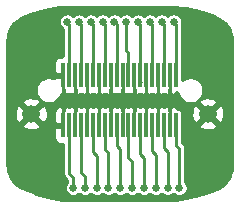
<source format=gbr>
G04 #@! TF.GenerationSoftware,KiCad,Pcbnew,(5.1.9)-1*
G04 #@! TF.CreationDate,2021-05-17T15:52:18-06:00*
G04 #@! TF.ProjectId,Igloo16,49676c6f-6f31-4362-9e6b-696361645f70,rev?*
G04 #@! TF.SameCoordinates,Original*
G04 #@! TF.FileFunction,Copper,L2,Bot*
G04 #@! TF.FilePolarity,Positive*
%FSLAX46Y46*%
G04 Gerber Fmt 4.6, Leading zero omitted, Abs format (unit mm)*
G04 Created by KiCad (PCBNEW (5.1.9)-1) date 2021-05-17 15:52:18*
%MOMM*%
%LPD*%
G01*
G04 APERTURE LIST*
G04 #@! TA.AperFunction,ComponentPad*
%ADD10C,1.500000*%
G04 #@! TD*
G04 #@! TA.AperFunction,SMDPad,CuDef*
%ADD11R,0.300000X2.000000*%
G04 #@! TD*
G04 #@! TA.AperFunction,ViaPad*
%ADD12C,0.635000*%
G04 #@! TD*
G04 #@! TA.AperFunction,Conductor*
%ADD13C,0.250000*%
G04 #@! TD*
G04 #@! TA.AperFunction,Conductor*
%ADD14C,0.254000*%
G04 #@! TD*
G04 #@! TA.AperFunction,Conductor*
%ADD15C,0.100000*%
G04 #@! TD*
G04 APERTURE END LIST*
D10*
X111915000Y-93860000D03*
X96965000Y-93860000D03*
D11*
X99690000Y-94810000D03*
X99690000Y-90610000D03*
X100190000Y-94810000D03*
X100190000Y-90610000D03*
X100690000Y-94810000D03*
X100690000Y-90610000D03*
X101190000Y-94810000D03*
X101190000Y-90610000D03*
X101690000Y-94810000D03*
X101690000Y-90610000D03*
X102190000Y-94810000D03*
X102190000Y-90610000D03*
X102690000Y-94810000D03*
X102690000Y-90610000D03*
X103190000Y-94810000D03*
X103190000Y-90610000D03*
X103690000Y-94810000D03*
X103690000Y-90610000D03*
X104190000Y-94810000D03*
X104190000Y-90610000D03*
X104690000Y-94810000D03*
X104690000Y-90610000D03*
X105190000Y-94810000D03*
X105190000Y-90610000D03*
X105690000Y-94810000D03*
X105690000Y-90610000D03*
X106190000Y-94810000D03*
X106190000Y-90610000D03*
X106690000Y-94810000D03*
X106690000Y-90610000D03*
X107190000Y-94810000D03*
X107190000Y-90610000D03*
X107690000Y-94810000D03*
X107690000Y-90610000D03*
X108190000Y-94810000D03*
X108190000Y-90610000D03*
X108690000Y-94810000D03*
X108690000Y-90610000D03*
X109190000Y-94810000D03*
X109190000Y-90610000D03*
D12*
X100500000Y-100150000D03*
X101500000Y-100150000D03*
X102500000Y-100150000D03*
X103500000Y-100150000D03*
X104500000Y-100150000D03*
X105500000Y-100150000D03*
X106500000Y-100150000D03*
X107500000Y-100150000D03*
X108500000Y-100150000D03*
X109500000Y-100150000D03*
X100000000Y-86050000D03*
X101000000Y-86050000D03*
X102000000Y-86050000D03*
X103000000Y-86050000D03*
X104000000Y-86050000D03*
X105000000Y-86050000D03*
X106000000Y-86050000D03*
X107000000Y-86050000D03*
X108000000Y-86050000D03*
X109020775Y-86050000D03*
D13*
X106690000Y-94860000D02*
X106690000Y-95240000D01*
X100690000Y-94340000D02*
X100665001Y-94315001D01*
X99690000Y-92845002D02*
X99690000Y-90860000D01*
X99690000Y-94560000D02*
X99690000Y-92845002D01*
X100690000Y-94340000D02*
X100690000Y-90860000D01*
X100690000Y-94560000D02*
X100690000Y-94340000D01*
X101690000Y-94070000D02*
X101690000Y-90860000D01*
X101690000Y-94560000D02*
X101690000Y-94070000D01*
X102690000Y-94160000D02*
X102690000Y-90860000D01*
X102690000Y-94560000D02*
X102690000Y-94160000D01*
X104690000Y-92845002D02*
X104690000Y-90860000D01*
X104690000Y-94560000D02*
X104690000Y-92845002D01*
X105690000Y-94260000D02*
X105690000Y-90860000D01*
X105690000Y-94560000D02*
X105690000Y-94260000D01*
X106690000Y-94560000D02*
X106690000Y-90860000D01*
X107690000Y-94240000D02*
X107690000Y-90860000D01*
X107690000Y-94560000D02*
X107690000Y-94240000D01*
X108690000Y-92845002D02*
X108690000Y-90860000D01*
X108690000Y-94560000D02*
X108690000Y-92845002D01*
X103690000Y-92260000D02*
X103690000Y-94560000D01*
X103690000Y-90860000D02*
X103690000Y-92260000D01*
X100190000Y-94860000D02*
X100190000Y-98920000D01*
X100500000Y-99230000D02*
X100190000Y-98920000D01*
X100500000Y-100150000D02*
X100500000Y-99230000D01*
X101190000Y-94860000D02*
X101190000Y-98850000D01*
X101500000Y-99160000D02*
X101190000Y-98850000D01*
X101500000Y-100150000D02*
X101500000Y-99160000D01*
X102190000Y-97110000D02*
X102190000Y-94860000D01*
X102500000Y-97420000D02*
X102190000Y-97110000D01*
X102500000Y-100150000D02*
X102500000Y-97420000D01*
X103190000Y-94860000D02*
X103190000Y-96840000D01*
X103190000Y-96840000D02*
X103500000Y-97150000D01*
X103500000Y-100150000D02*
X103500000Y-97150000D01*
X104190000Y-94860000D02*
X104190000Y-96570000D01*
X104190000Y-96570000D02*
X104500000Y-96880000D01*
X104500000Y-100150000D02*
X104500000Y-96880000D01*
X105190000Y-94860000D02*
X105190000Y-97570000D01*
X105190000Y-97570000D02*
X105500000Y-97880000D01*
X105500000Y-97880000D02*
X105500000Y-100150000D01*
X106500000Y-98900000D02*
X106500000Y-99040000D01*
X106190000Y-97300000D02*
X106190000Y-94860000D01*
X106500000Y-97610000D02*
X106190000Y-97300000D01*
X106500000Y-100150000D02*
X106500000Y-97610000D01*
X107190000Y-97030000D02*
X107190000Y-94860000D01*
X107500000Y-97340000D02*
X107190000Y-97030000D01*
X107500000Y-100150000D02*
X107500000Y-97340000D01*
X108190000Y-96760000D02*
X108190000Y-94860000D01*
X108500000Y-97070000D02*
X108190000Y-96760000D01*
X108500000Y-100150000D02*
X108500000Y-97070000D01*
X109500000Y-98900000D02*
X109500000Y-99140000D01*
X109190000Y-96490000D02*
X109190000Y-94860000D01*
X109500000Y-96800000D02*
X109190000Y-96490000D01*
X109500000Y-100150000D02*
X109500000Y-96800000D01*
X100190000Y-86240000D02*
X100190000Y-90860000D01*
X100000000Y-86050000D02*
X100190000Y-86240000D01*
X101190000Y-86240000D02*
X101190000Y-90860000D01*
X101000000Y-86050000D02*
X101190000Y-86240000D01*
X102190000Y-86240000D02*
X102190000Y-90860000D01*
X102000000Y-86050000D02*
X102190000Y-86240000D01*
X103190000Y-86240000D02*
X103190000Y-90860000D01*
X103000000Y-86050000D02*
X103190000Y-86240000D01*
X104165001Y-91135001D02*
X104190000Y-91160000D01*
X104190000Y-86240000D02*
X104190000Y-90860000D01*
X104000000Y-86050000D02*
X104190000Y-86240000D01*
X105190000Y-89950000D02*
X105190000Y-90860000D01*
X105000000Y-86050000D02*
X105000000Y-88490000D01*
X105190000Y-88680000D02*
X105190000Y-90610000D01*
X105000000Y-88490000D02*
X105190000Y-88680000D01*
X106214999Y-91135001D02*
X106190000Y-91160000D01*
X106190000Y-86240000D02*
X106190000Y-90860000D01*
X106000000Y-86050000D02*
X106190000Y-86240000D01*
X107190000Y-86240000D02*
X107190000Y-90860000D01*
X107000000Y-86050000D02*
X107190000Y-86240000D01*
X108190000Y-86240000D02*
X108190000Y-90860000D01*
X108000000Y-86050000D02*
X108190000Y-86240000D01*
X109220000Y-91130000D02*
X109190000Y-91160000D01*
X109220000Y-90190000D02*
X109220000Y-91130000D01*
X109190000Y-86219225D02*
X109190000Y-90860000D01*
X109020775Y-86050000D02*
X109190000Y-86219225D01*
D14*
X104425573Y-84796920D02*
X104426382Y-84797000D01*
X104449290Y-84797000D01*
X104471626Y-84797075D01*
X104472415Y-84797000D01*
X109182186Y-84797000D01*
X109602409Y-84864052D01*
X110026845Y-84939098D01*
X110422637Y-85016641D01*
X110790641Y-85096544D01*
X111131739Y-85178666D01*
X111446733Y-85262827D01*
X111736549Y-85348851D01*
X112002025Y-85436519D01*
X112243994Y-85525570D01*
X112463398Y-85615739D01*
X112661172Y-85706721D01*
X112832647Y-85795264D01*
X113133880Y-85981185D01*
X113361963Y-86162321D01*
X113533460Y-86340877D01*
X113661060Y-86519108D01*
X113756173Y-86702323D01*
X113827160Y-86896849D01*
X113879674Y-87107586D01*
X113918344Y-87336882D01*
X113948296Y-87585118D01*
X113973001Y-87824553D01*
X113973000Y-98095456D01*
X113948296Y-98334880D01*
X113918344Y-98583117D01*
X113879674Y-98812413D01*
X113827160Y-99023150D01*
X113756173Y-99217676D01*
X113661060Y-99400891D01*
X113533462Y-99579119D01*
X113361963Y-99757678D01*
X113133879Y-99938815D01*
X112832647Y-100124735D01*
X112661172Y-100213278D01*
X112463398Y-100304260D01*
X112243994Y-100394429D01*
X112002025Y-100483480D01*
X111736549Y-100571148D01*
X111446733Y-100657172D01*
X111131739Y-100741333D01*
X110790641Y-100823455D01*
X110422637Y-100903358D01*
X110026845Y-100980901D01*
X109602418Y-101055946D01*
X109182184Y-101123000D01*
X99569203Y-101123000D01*
X99169483Y-101047772D01*
X98758397Y-100963089D01*
X98375021Y-100876564D01*
X98018681Y-100788348D01*
X97688361Y-100698525D01*
X97383421Y-100607298D01*
X97102823Y-100514780D01*
X96845872Y-100421214D01*
X96611601Y-100326784D01*
X96399212Y-100231777D01*
X96207757Y-100136462D01*
X96041670Y-100044146D01*
X95749483Y-99851411D01*
X95527643Y-99664702D01*
X95360079Y-99481152D01*
X95234792Y-99298206D01*
X95141108Y-99110639D01*
X95071122Y-98912443D01*
X95019329Y-98699001D01*
X94981090Y-98467976D01*
X94951303Y-98218855D01*
X94926609Y-97979152D01*
X94926609Y-94816993D01*
X96187612Y-94816993D01*
X96253137Y-95055860D01*
X96500116Y-95171760D01*
X96764960Y-95237250D01*
X97037492Y-95249812D01*
X97307238Y-95208965D01*
X97563832Y-95116277D01*
X97676863Y-95055860D01*
X97742388Y-94816993D01*
X96965000Y-94039605D01*
X96187612Y-94816993D01*
X94926609Y-94816993D01*
X94926609Y-93932492D01*
X95575188Y-93932492D01*
X95616035Y-94202238D01*
X95708723Y-94458832D01*
X95769140Y-94571863D01*
X96008007Y-94637388D01*
X96785395Y-93860000D01*
X97144605Y-93860000D01*
X97921993Y-94637388D01*
X98160860Y-94571863D01*
X98276760Y-94324884D01*
X98342250Y-94060040D01*
X98353420Y-93817688D01*
X98901974Y-93817688D01*
X98905000Y-94524250D01*
X99063750Y-94683000D01*
X99661176Y-94683000D01*
X99661176Y-94937000D01*
X99063750Y-94937000D01*
X98905000Y-95095750D01*
X98901974Y-95802312D01*
X98912734Y-95926933D01*
X98947599Y-96047059D01*
X99005230Y-96158076D01*
X99083412Y-96255716D01*
X99179140Y-96336228D01*
X99288736Y-96396517D01*
X99407987Y-96434266D01*
X99508250Y-96445000D01*
X99562998Y-96390252D01*
X99562998Y-96445000D01*
X99688000Y-96445000D01*
X99688001Y-98895347D01*
X99685573Y-98920000D01*
X99695265Y-99018409D01*
X99723970Y-99113036D01*
X99770584Y-99200245D01*
X99817601Y-99257535D01*
X99817604Y-99257538D01*
X99833317Y-99276684D01*
X99852463Y-99292397D01*
X99998001Y-99437935D01*
X99998001Y-99669828D01*
X99960547Y-99707282D01*
X99884542Y-99821031D01*
X99832190Y-99947422D01*
X99805500Y-100081598D01*
X99805500Y-100218402D01*
X99832190Y-100352578D01*
X99884542Y-100478969D01*
X99960547Y-100592718D01*
X100057282Y-100689453D01*
X100171031Y-100765458D01*
X100297422Y-100817810D01*
X100431598Y-100844500D01*
X100568402Y-100844500D01*
X100702578Y-100817810D01*
X100828969Y-100765458D01*
X100942718Y-100689453D01*
X101000000Y-100632171D01*
X101057282Y-100689453D01*
X101171031Y-100765458D01*
X101297422Y-100817810D01*
X101431598Y-100844500D01*
X101568402Y-100844500D01*
X101702578Y-100817810D01*
X101828969Y-100765458D01*
X101942718Y-100689453D01*
X102000000Y-100632171D01*
X102057282Y-100689453D01*
X102171031Y-100765458D01*
X102297422Y-100817810D01*
X102431598Y-100844500D01*
X102568402Y-100844500D01*
X102702578Y-100817810D01*
X102828969Y-100765458D01*
X102942718Y-100689453D01*
X103000000Y-100632171D01*
X103057282Y-100689453D01*
X103171031Y-100765458D01*
X103297422Y-100817810D01*
X103431598Y-100844500D01*
X103568402Y-100844500D01*
X103702578Y-100817810D01*
X103828969Y-100765458D01*
X103942718Y-100689453D01*
X104000000Y-100632171D01*
X104057282Y-100689453D01*
X104171031Y-100765458D01*
X104297422Y-100817810D01*
X104431598Y-100844500D01*
X104568402Y-100844500D01*
X104702578Y-100817810D01*
X104828969Y-100765458D01*
X104942718Y-100689453D01*
X105000000Y-100632171D01*
X105057282Y-100689453D01*
X105171031Y-100765458D01*
X105297422Y-100817810D01*
X105431598Y-100844500D01*
X105568402Y-100844500D01*
X105702578Y-100817810D01*
X105828969Y-100765458D01*
X105942718Y-100689453D01*
X106000000Y-100632171D01*
X106057282Y-100689453D01*
X106171031Y-100765458D01*
X106297422Y-100817810D01*
X106431598Y-100844500D01*
X106568402Y-100844500D01*
X106702578Y-100817810D01*
X106828969Y-100765458D01*
X106942718Y-100689453D01*
X107000000Y-100632171D01*
X107057282Y-100689453D01*
X107171031Y-100765458D01*
X107297422Y-100817810D01*
X107431598Y-100844500D01*
X107568402Y-100844500D01*
X107702578Y-100817810D01*
X107828969Y-100765458D01*
X107942718Y-100689453D01*
X108000000Y-100632171D01*
X108057282Y-100689453D01*
X108171031Y-100765458D01*
X108297422Y-100817810D01*
X108431598Y-100844500D01*
X108568402Y-100844500D01*
X108702578Y-100817810D01*
X108828969Y-100765458D01*
X108942718Y-100689453D01*
X109000000Y-100632171D01*
X109057282Y-100689453D01*
X109171031Y-100765458D01*
X109297422Y-100817810D01*
X109431598Y-100844500D01*
X109568402Y-100844500D01*
X109702578Y-100817810D01*
X109828969Y-100765458D01*
X109942718Y-100689453D01*
X110039453Y-100592718D01*
X110115458Y-100478969D01*
X110167810Y-100352578D01*
X110194500Y-100218402D01*
X110194500Y-100081598D01*
X110167810Y-99947422D01*
X110115458Y-99821031D01*
X110039453Y-99707282D01*
X110002000Y-99669829D01*
X110002000Y-96824642D01*
X110004427Y-96799999D01*
X110002000Y-96775356D01*
X110002000Y-96775347D01*
X109994736Y-96701591D01*
X109966031Y-96606964D01*
X109919417Y-96519755D01*
X109856684Y-96443316D01*
X109837532Y-96427598D01*
X109692000Y-96282066D01*
X109692000Y-95948337D01*
X109711545Y-95883905D01*
X109718824Y-95810000D01*
X109718824Y-94816993D01*
X111137612Y-94816993D01*
X111203137Y-95055860D01*
X111450116Y-95171760D01*
X111714960Y-95237250D01*
X111987492Y-95249812D01*
X112257238Y-95208965D01*
X112513832Y-95116277D01*
X112626863Y-95055860D01*
X112692388Y-94816993D01*
X111915000Y-94039605D01*
X111137612Y-94816993D01*
X109718824Y-94816993D01*
X109718824Y-93932492D01*
X110525188Y-93932492D01*
X110566035Y-94202238D01*
X110658723Y-94458832D01*
X110719140Y-94571863D01*
X110958007Y-94637388D01*
X111735395Y-93860000D01*
X112094605Y-93860000D01*
X112871993Y-94637388D01*
X113110860Y-94571863D01*
X113226760Y-94324884D01*
X113292250Y-94060040D01*
X113304812Y-93787508D01*
X113263965Y-93517762D01*
X113171277Y-93261168D01*
X113110860Y-93148137D01*
X112871993Y-93082612D01*
X112094605Y-93860000D01*
X111735395Y-93860000D01*
X110958007Y-93082612D01*
X110719140Y-93148137D01*
X110603240Y-93395116D01*
X110537750Y-93659960D01*
X110525188Y-93932492D01*
X109718824Y-93932492D01*
X109718824Y-93810000D01*
X109711545Y-93736095D01*
X109689988Y-93665030D01*
X109654981Y-93599537D01*
X109607869Y-93542131D01*
X109550463Y-93495019D01*
X109484970Y-93460012D01*
X109413905Y-93438455D01*
X109351019Y-93432261D01*
X109296588Y-93364284D01*
X109200860Y-93283772D01*
X109091264Y-93223483D01*
X108972013Y-93185734D01*
X108871750Y-93175000D01*
X108713000Y-93333750D01*
X108713000Y-93622023D01*
X108690012Y-93665030D01*
X108690000Y-93665070D01*
X108689988Y-93665030D01*
X108667000Y-93622023D01*
X108667000Y-93333750D01*
X108508250Y-93175000D01*
X108407987Y-93185734D01*
X108288736Y-93223483D01*
X108190000Y-93277798D01*
X108091264Y-93223483D01*
X107972013Y-93185734D01*
X107871750Y-93175000D01*
X107713000Y-93333750D01*
X107713000Y-93622023D01*
X107690012Y-93665030D01*
X107690000Y-93665070D01*
X107689988Y-93665030D01*
X107667000Y-93622023D01*
X107667000Y-93333750D01*
X107508250Y-93175000D01*
X107407987Y-93185734D01*
X107288736Y-93223483D01*
X107190000Y-93277798D01*
X107091264Y-93223483D01*
X106972013Y-93185734D01*
X106871750Y-93175000D01*
X106713000Y-93333750D01*
X106713000Y-93622023D01*
X106690012Y-93665030D01*
X106690000Y-93665070D01*
X106689988Y-93665030D01*
X106667000Y-93622023D01*
X106667000Y-93333750D01*
X106508250Y-93175000D01*
X106407987Y-93185734D01*
X106288736Y-93223483D01*
X106190000Y-93277798D01*
X106091264Y-93223483D01*
X105972013Y-93185734D01*
X105871750Y-93175000D01*
X105713000Y-93333750D01*
X105713000Y-93622023D01*
X105690012Y-93665030D01*
X105690000Y-93665070D01*
X105689988Y-93665030D01*
X105667000Y-93622023D01*
X105667000Y-93333750D01*
X105508250Y-93175000D01*
X105407987Y-93185734D01*
X105288736Y-93223483D01*
X105190000Y-93277798D01*
X105091264Y-93223483D01*
X104972013Y-93185734D01*
X104871750Y-93175000D01*
X104713000Y-93333750D01*
X104713000Y-93622023D01*
X104690012Y-93665030D01*
X104690000Y-93665070D01*
X104689988Y-93665030D01*
X104667000Y-93622023D01*
X104667000Y-93333750D01*
X104508250Y-93175000D01*
X104407987Y-93185734D01*
X104288736Y-93223483D01*
X104190000Y-93277798D01*
X104091264Y-93223483D01*
X103972013Y-93185734D01*
X103871750Y-93175000D01*
X103713000Y-93333750D01*
X103713000Y-93622023D01*
X103690012Y-93665030D01*
X103690000Y-93665070D01*
X103689988Y-93665030D01*
X103667000Y-93622023D01*
X103667000Y-93333750D01*
X103508250Y-93175000D01*
X103407987Y-93185734D01*
X103288736Y-93223483D01*
X103190000Y-93277798D01*
X103091264Y-93223483D01*
X102972013Y-93185734D01*
X102871750Y-93175000D01*
X102713000Y-93333750D01*
X102713000Y-93622023D01*
X102690012Y-93665030D01*
X102690000Y-93665070D01*
X102689988Y-93665030D01*
X102667000Y-93622023D01*
X102667000Y-93333750D01*
X102508250Y-93175000D01*
X102407987Y-93185734D01*
X102288736Y-93223483D01*
X102190000Y-93277798D01*
X102091264Y-93223483D01*
X101972013Y-93185734D01*
X101871750Y-93175000D01*
X101713000Y-93333750D01*
X101713000Y-93622023D01*
X101690012Y-93665030D01*
X101690000Y-93665070D01*
X101689988Y-93665030D01*
X101667000Y-93622023D01*
X101667000Y-93333750D01*
X101508250Y-93175000D01*
X101407987Y-93185734D01*
X101288736Y-93223483D01*
X101190000Y-93277798D01*
X101091264Y-93223483D01*
X100972013Y-93185734D01*
X100871750Y-93175000D01*
X100713000Y-93333750D01*
X100713000Y-93622023D01*
X100690012Y-93665030D01*
X100690000Y-93665070D01*
X100689988Y-93665030D01*
X100667000Y-93622023D01*
X100667000Y-93333750D01*
X100508250Y-93175000D01*
X100407987Y-93185734D01*
X100288736Y-93223483D01*
X100190000Y-93277798D01*
X100091264Y-93223483D01*
X99972013Y-93185734D01*
X99871750Y-93175000D01*
X99713000Y-93333750D01*
X99713000Y-93622023D01*
X99690012Y-93665030D01*
X99668455Y-93736095D01*
X99667000Y-93750868D01*
X99667000Y-93333750D01*
X99508250Y-93175000D01*
X99407987Y-93185734D01*
X99288736Y-93223483D01*
X99179140Y-93283772D01*
X99083412Y-93364284D01*
X99005230Y-93461924D01*
X98947599Y-93572941D01*
X98912734Y-93693067D01*
X98901974Y-93817688D01*
X98353420Y-93817688D01*
X98354812Y-93787508D01*
X98313965Y-93517762D01*
X98221277Y-93261168D01*
X98160860Y-93148137D01*
X97921993Y-93082612D01*
X97144605Y-93860000D01*
X96785395Y-93860000D01*
X96008007Y-93082612D01*
X95769140Y-93148137D01*
X95653240Y-93395116D01*
X95587750Y-93659960D01*
X95575188Y-93932492D01*
X94926609Y-93932492D01*
X94926609Y-92903007D01*
X96187612Y-92903007D01*
X96965000Y-93680395D01*
X97742388Y-92903007D01*
X97676863Y-92664140D01*
X97429884Y-92548240D01*
X97165040Y-92482750D01*
X96892508Y-92470188D01*
X96622762Y-92511035D01*
X96366168Y-92603723D01*
X96253137Y-92664140D01*
X96187612Y-92903007D01*
X94926609Y-92903007D01*
X94926609Y-91751462D01*
X97338000Y-91751462D01*
X97338000Y-91968538D01*
X97380349Y-92181442D01*
X97463420Y-92381993D01*
X97584021Y-92562484D01*
X97737516Y-92715979D01*
X97918007Y-92836580D01*
X98118558Y-92919651D01*
X98331462Y-92962000D01*
X98548538Y-92962000D01*
X98761442Y-92919651D01*
X98961993Y-92836580D01*
X99142484Y-92715979D01*
X99295979Y-92562484D01*
X99416580Y-92381993D01*
X99474807Y-92241420D01*
X99508250Y-92245000D01*
X99667000Y-92086250D01*
X99667000Y-91669132D01*
X99668455Y-91683905D01*
X99690012Y-91754970D01*
X99713000Y-91797977D01*
X99713000Y-92086250D01*
X99871750Y-92245000D01*
X99972013Y-92234266D01*
X100091264Y-92196517D01*
X100190000Y-92142202D01*
X100288736Y-92196517D01*
X100407987Y-92234266D01*
X100508250Y-92245000D01*
X100667000Y-92086250D01*
X100667000Y-91797977D01*
X100689988Y-91754970D01*
X100690000Y-91754930D01*
X100690012Y-91754970D01*
X100713000Y-91797977D01*
X100713000Y-92086250D01*
X100871750Y-92245000D01*
X100972013Y-92234266D01*
X101091264Y-92196517D01*
X101190000Y-92142202D01*
X101288736Y-92196517D01*
X101407987Y-92234266D01*
X101508250Y-92245000D01*
X101667000Y-92086250D01*
X101667000Y-91797977D01*
X101689988Y-91754970D01*
X101690000Y-91754930D01*
X101690012Y-91754970D01*
X101713000Y-91797977D01*
X101713000Y-92086250D01*
X101871750Y-92245000D01*
X101972013Y-92234266D01*
X102091264Y-92196517D01*
X102190000Y-92142202D01*
X102288736Y-92196517D01*
X102407987Y-92234266D01*
X102508250Y-92245000D01*
X102667000Y-92086250D01*
X102667000Y-91797977D01*
X102689988Y-91754970D01*
X102690000Y-91754930D01*
X102690012Y-91754970D01*
X102713000Y-91797977D01*
X102713000Y-92086250D01*
X102871750Y-92245000D01*
X102972013Y-92234266D01*
X103091264Y-92196517D01*
X103190000Y-92142202D01*
X103288736Y-92196517D01*
X103407987Y-92234266D01*
X103508250Y-92245000D01*
X103667000Y-92086250D01*
X103667000Y-91797977D01*
X103689988Y-91754970D01*
X103690000Y-91754930D01*
X103690012Y-91754970D01*
X103713000Y-91797977D01*
X103713000Y-92086250D01*
X103871750Y-92245000D01*
X103972013Y-92234266D01*
X104091264Y-92196517D01*
X104190000Y-92142202D01*
X104288736Y-92196517D01*
X104407987Y-92234266D01*
X104508250Y-92245000D01*
X104667000Y-92086250D01*
X104667000Y-91797977D01*
X104689988Y-91754970D01*
X104690000Y-91754930D01*
X104690012Y-91754970D01*
X104713000Y-91797977D01*
X104713000Y-92086250D01*
X104871750Y-92245000D01*
X104972013Y-92234266D01*
X105091264Y-92196517D01*
X105190000Y-92142202D01*
X105288736Y-92196517D01*
X105407987Y-92234266D01*
X105508250Y-92245000D01*
X105667000Y-92086250D01*
X105667000Y-91797977D01*
X105689988Y-91754970D01*
X105690000Y-91754930D01*
X105690012Y-91754970D01*
X105713000Y-91797977D01*
X105713000Y-92086250D01*
X105871750Y-92245000D01*
X105972013Y-92234266D01*
X106091264Y-92196517D01*
X106190000Y-92142202D01*
X106288736Y-92196517D01*
X106407987Y-92234266D01*
X106508250Y-92245000D01*
X106667000Y-92086250D01*
X106667000Y-91797977D01*
X106689988Y-91754970D01*
X106690000Y-91754930D01*
X106690012Y-91754970D01*
X106713000Y-91797977D01*
X106713000Y-92086250D01*
X106871750Y-92245000D01*
X106972013Y-92234266D01*
X107091264Y-92196517D01*
X107190000Y-92142202D01*
X107288736Y-92196517D01*
X107407987Y-92234266D01*
X107508250Y-92245000D01*
X107667000Y-92086250D01*
X107667000Y-91797977D01*
X107689988Y-91754970D01*
X107690000Y-91754930D01*
X107690012Y-91754970D01*
X107713000Y-91797977D01*
X107713000Y-92086250D01*
X107871750Y-92245000D01*
X107972013Y-92234266D01*
X108091264Y-92196517D01*
X108190000Y-92142202D01*
X108288736Y-92196517D01*
X108407987Y-92234266D01*
X108508250Y-92245000D01*
X108667000Y-92086250D01*
X108667000Y-91797977D01*
X108689988Y-91754970D01*
X108690000Y-91754930D01*
X108690012Y-91754970D01*
X108713000Y-91797977D01*
X108713000Y-92086250D01*
X108871750Y-92245000D01*
X108972013Y-92234266D01*
X109091264Y-92196517D01*
X109200860Y-92136228D01*
X109296588Y-92055716D01*
X109343650Y-91996941D01*
X109380349Y-92181442D01*
X109463420Y-92381993D01*
X109584021Y-92562484D01*
X109737516Y-92715979D01*
X109918007Y-92836580D01*
X110118558Y-92919651D01*
X110331462Y-92962000D01*
X110548538Y-92962000D01*
X110761442Y-92919651D01*
X110801624Y-92903007D01*
X111137612Y-92903007D01*
X111915000Y-93680395D01*
X112692388Y-92903007D01*
X112626863Y-92664140D01*
X112379884Y-92548240D01*
X112115040Y-92482750D01*
X111842508Y-92470188D01*
X111572762Y-92511035D01*
X111316168Y-92603723D01*
X111203137Y-92664140D01*
X111137612Y-92903007D01*
X110801624Y-92903007D01*
X110961993Y-92836580D01*
X111142484Y-92715979D01*
X111295979Y-92562484D01*
X111416580Y-92381993D01*
X111499651Y-92181442D01*
X111542000Y-91968538D01*
X111542000Y-91751462D01*
X111499651Y-91538558D01*
X111416580Y-91338007D01*
X111295979Y-91157516D01*
X111142484Y-91004021D01*
X110961993Y-90883420D01*
X110761442Y-90800349D01*
X110548538Y-90758000D01*
X110331462Y-90758000D01*
X110118558Y-90800349D01*
X109918007Y-90883420D01*
X109737516Y-91004021D01*
X109722000Y-91019537D01*
X109722000Y-90165347D01*
X109718824Y-90133099D01*
X109718824Y-89610000D01*
X109711545Y-89536095D01*
X109692000Y-89471663D01*
X109692000Y-86243867D01*
X109693650Y-86227117D01*
X109715275Y-86118402D01*
X109715275Y-85981598D01*
X109688585Y-85847422D01*
X109636233Y-85721031D01*
X109560228Y-85607282D01*
X109463493Y-85510547D01*
X109349744Y-85434542D01*
X109223353Y-85382190D01*
X109089177Y-85355500D01*
X108952373Y-85355500D01*
X108818197Y-85382190D01*
X108691806Y-85434542D01*
X108578057Y-85510547D01*
X108510388Y-85578217D01*
X108442718Y-85510547D01*
X108328969Y-85434542D01*
X108202578Y-85382190D01*
X108068402Y-85355500D01*
X107931598Y-85355500D01*
X107797422Y-85382190D01*
X107671031Y-85434542D01*
X107557282Y-85510547D01*
X107500000Y-85567829D01*
X107442718Y-85510547D01*
X107328969Y-85434542D01*
X107202578Y-85382190D01*
X107068402Y-85355500D01*
X106931598Y-85355500D01*
X106797422Y-85382190D01*
X106671031Y-85434542D01*
X106557282Y-85510547D01*
X106500000Y-85567829D01*
X106442718Y-85510547D01*
X106328969Y-85434542D01*
X106202578Y-85382190D01*
X106068402Y-85355500D01*
X105931598Y-85355500D01*
X105797422Y-85382190D01*
X105671031Y-85434542D01*
X105557282Y-85510547D01*
X105500000Y-85567829D01*
X105442718Y-85510547D01*
X105328969Y-85434542D01*
X105202578Y-85382190D01*
X105068402Y-85355500D01*
X104931598Y-85355500D01*
X104797422Y-85382190D01*
X104671031Y-85434542D01*
X104557282Y-85510547D01*
X104500000Y-85567829D01*
X104442718Y-85510547D01*
X104328969Y-85434542D01*
X104202578Y-85382190D01*
X104068402Y-85355500D01*
X103931598Y-85355500D01*
X103797422Y-85382190D01*
X103671031Y-85434542D01*
X103557282Y-85510547D01*
X103500000Y-85567829D01*
X103442718Y-85510547D01*
X103328969Y-85434542D01*
X103202578Y-85382190D01*
X103068402Y-85355500D01*
X102931598Y-85355500D01*
X102797422Y-85382190D01*
X102671031Y-85434542D01*
X102557282Y-85510547D01*
X102500000Y-85567829D01*
X102442718Y-85510547D01*
X102328969Y-85434542D01*
X102202578Y-85382190D01*
X102068402Y-85355500D01*
X101931598Y-85355500D01*
X101797422Y-85382190D01*
X101671031Y-85434542D01*
X101557282Y-85510547D01*
X101500000Y-85567829D01*
X101442718Y-85510547D01*
X101328969Y-85434542D01*
X101202578Y-85382190D01*
X101068402Y-85355500D01*
X100931598Y-85355500D01*
X100797422Y-85382190D01*
X100671031Y-85434542D01*
X100557282Y-85510547D01*
X100500000Y-85567829D01*
X100442718Y-85510547D01*
X100328969Y-85434542D01*
X100202578Y-85382190D01*
X100068402Y-85355500D01*
X99931598Y-85355500D01*
X99797422Y-85382190D01*
X99671031Y-85434542D01*
X99557282Y-85510547D01*
X99460547Y-85607282D01*
X99384542Y-85721031D01*
X99332190Y-85847422D01*
X99305500Y-85981598D01*
X99305500Y-86118402D01*
X99332190Y-86252578D01*
X99384542Y-86378969D01*
X99460547Y-86492718D01*
X99557282Y-86589453D01*
X99671031Y-86665458D01*
X99688000Y-86672487D01*
X99688001Y-88975000D01*
X99562998Y-88975000D01*
X99562998Y-89029748D01*
X99508250Y-88975000D01*
X99407987Y-88985734D01*
X99288736Y-89023483D01*
X99179140Y-89083772D01*
X99083412Y-89164284D01*
X99005230Y-89261924D01*
X98947599Y-89372941D01*
X98912734Y-89493067D01*
X98901974Y-89617688D01*
X98905000Y-90324250D01*
X99063750Y-90483000D01*
X99661176Y-90483000D01*
X99661176Y-90737000D01*
X99063750Y-90737000D01*
X98930411Y-90870339D01*
X98761442Y-90800349D01*
X98548538Y-90758000D01*
X98331462Y-90758000D01*
X98118558Y-90800349D01*
X97918007Y-90883420D01*
X97737516Y-91004021D01*
X97584021Y-91157516D01*
X97463420Y-91338007D01*
X97380349Y-91538558D01*
X97338000Y-91751462D01*
X94926609Y-91751462D01*
X94926609Y-87808524D01*
X94951312Y-87569099D01*
X94981264Y-87320864D01*
X95019934Y-87091568D01*
X95072448Y-86880831D01*
X95143434Y-86686307D01*
X95238548Y-86503090D01*
X95366148Y-86324859D01*
X95537646Y-86146303D01*
X95765724Y-85965170D01*
X96066970Y-85779240D01*
X96238437Y-85690703D01*
X96436191Y-85599729D01*
X96655605Y-85509555D01*
X96897583Y-85420501D01*
X97163059Y-85332833D01*
X97452875Y-85246809D01*
X97767879Y-85162646D01*
X98108957Y-85080528D01*
X98476971Y-85000623D01*
X98872763Y-84923080D01*
X99297208Y-84848032D01*
X99716631Y-84781108D01*
X104425573Y-84796920D01*
G04 #@! TA.AperFunction,Conductor*
D15*
G36*
X104425573Y-84796920D02*
G01*
X104426382Y-84797000D01*
X104449290Y-84797000D01*
X104471626Y-84797075D01*
X104472415Y-84797000D01*
X109182186Y-84797000D01*
X109602409Y-84864052D01*
X110026845Y-84939098D01*
X110422637Y-85016641D01*
X110790641Y-85096544D01*
X111131739Y-85178666D01*
X111446733Y-85262827D01*
X111736549Y-85348851D01*
X112002025Y-85436519D01*
X112243994Y-85525570D01*
X112463398Y-85615739D01*
X112661172Y-85706721D01*
X112832647Y-85795264D01*
X113133880Y-85981185D01*
X113361963Y-86162321D01*
X113533460Y-86340877D01*
X113661060Y-86519108D01*
X113756173Y-86702323D01*
X113827160Y-86896849D01*
X113879674Y-87107586D01*
X113918344Y-87336882D01*
X113948296Y-87585118D01*
X113973001Y-87824553D01*
X113973000Y-98095456D01*
X113948296Y-98334880D01*
X113918344Y-98583117D01*
X113879674Y-98812413D01*
X113827160Y-99023150D01*
X113756173Y-99217676D01*
X113661060Y-99400891D01*
X113533462Y-99579119D01*
X113361963Y-99757678D01*
X113133879Y-99938815D01*
X112832647Y-100124735D01*
X112661172Y-100213278D01*
X112463398Y-100304260D01*
X112243994Y-100394429D01*
X112002025Y-100483480D01*
X111736549Y-100571148D01*
X111446733Y-100657172D01*
X111131739Y-100741333D01*
X110790641Y-100823455D01*
X110422637Y-100903358D01*
X110026845Y-100980901D01*
X109602418Y-101055946D01*
X109182184Y-101123000D01*
X99569203Y-101123000D01*
X99169483Y-101047772D01*
X98758397Y-100963089D01*
X98375021Y-100876564D01*
X98018681Y-100788348D01*
X97688361Y-100698525D01*
X97383421Y-100607298D01*
X97102823Y-100514780D01*
X96845872Y-100421214D01*
X96611601Y-100326784D01*
X96399212Y-100231777D01*
X96207757Y-100136462D01*
X96041670Y-100044146D01*
X95749483Y-99851411D01*
X95527643Y-99664702D01*
X95360079Y-99481152D01*
X95234792Y-99298206D01*
X95141108Y-99110639D01*
X95071122Y-98912443D01*
X95019329Y-98699001D01*
X94981090Y-98467976D01*
X94951303Y-98218855D01*
X94926609Y-97979152D01*
X94926609Y-94816993D01*
X96187612Y-94816993D01*
X96253137Y-95055860D01*
X96500116Y-95171760D01*
X96764960Y-95237250D01*
X97037492Y-95249812D01*
X97307238Y-95208965D01*
X97563832Y-95116277D01*
X97676863Y-95055860D01*
X97742388Y-94816993D01*
X96965000Y-94039605D01*
X96187612Y-94816993D01*
X94926609Y-94816993D01*
X94926609Y-93932492D01*
X95575188Y-93932492D01*
X95616035Y-94202238D01*
X95708723Y-94458832D01*
X95769140Y-94571863D01*
X96008007Y-94637388D01*
X96785395Y-93860000D01*
X97144605Y-93860000D01*
X97921993Y-94637388D01*
X98160860Y-94571863D01*
X98276760Y-94324884D01*
X98342250Y-94060040D01*
X98353420Y-93817688D01*
X98901974Y-93817688D01*
X98905000Y-94524250D01*
X99063750Y-94683000D01*
X99661176Y-94683000D01*
X99661176Y-94937000D01*
X99063750Y-94937000D01*
X98905000Y-95095750D01*
X98901974Y-95802312D01*
X98912734Y-95926933D01*
X98947599Y-96047059D01*
X99005230Y-96158076D01*
X99083412Y-96255716D01*
X99179140Y-96336228D01*
X99288736Y-96396517D01*
X99407987Y-96434266D01*
X99508250Y-96445000D01*
X99562998Y-96390252D01*
X99562998Y-96445000D01*
X99688000Y-96445000D01*
X99688001Y-98895347D01*
X99685573Y-98920000D01*
X99695265Y-99018409D01*
X99723970Y-99113036D01*
X99770584Y-99200245D01*
X99817601Y-99257535D01*
X99817604Y-99257538D01*
X99833317Y-99276684D01*
X99852463Y-99292397D01*
X99998001Y-99437935D01*
X99998001Y-99669828D01*
X99960547Y-99707282D01*
X99884542Y-99821031D01*
X99832190Y-99947422D01*
X99805500Y-100081598D01*
X99805500Y-100218402D01*
X99832190Y-100352578D01*
X99884542Y-100478969D01*
X99960547Y-100592718D01*
X100057282Y-100689453D01*
X100171031Y-100765458D01*
X100297422Y-100817810D01*
X100431598Y-100844500D01*
X100568402Y-100844500D01*
X100702578Y-100817810D01*
X100828969Y-100765458D01*
X100942718Y-100689453D01*
X101000000Y-100632171D01*
X101057282Y-100689453D01*
X101171031Y-100765458D01*
X101297422Y-100817810D01*
X101431598Y-100844500D01*
X101568402Y-100844500D01*
X101702578Y-100817810D01*
X101828969Y-100765458D01*
X101942718Y-100689453D01*
X102000000Y-100632171D01*
X102057282Y-100689453D01*
X102171031Y-100765458D01*
X102297422Y-100817810D01*
X102431598Y-100844500D01*
X102568402Y-100844500D01*
X102702578Y-100817810D01*
X102828969Y-100765458D01*
X102942718Y-100689453D01*
X103000000Y-100632171D01*
X103057282Y-100689453D01*
X103171031Y-100765458D01*
X103297422Y-100817810D01*
X103431598Y-100844500D01*
X103568402Y-100844500D01*
X103702578Y-100817810D01*
X103828969Y-100765458D01*
X103942718Y-100689453D01*
X104000000Y-100632171D01*
X104057282Y-100689453D01*
X104171031Y-100765458D01*
X104297422Y-100817810D01*
X104431598Y-100844500D01*
X104568402Y-100844500D01*
X104702578Y-100817810D01*
X104828969Y-100765458D01*
X104942718Y-100689453D01*
X105000000Y-100632171D01*
X105057282Y-100689453D01*
X105171031Y-100765458D01*
X105297422Y-100817810D01*
X105431598Y-100844500D01*
X105568402Y-100844500D01*
X105702578Y-100817810D01*
X105828969Y-100765458D01*
X105942718Y-100689453D01*
X106000000Y-100632171D01*
X106057282Y-100689453D01*
X106171031Y-100765458D01*
X106297422Y-100817810D01*
X106431598Y-100844500D01*
X106568402Y-100844500D01*
X106702578Y-100817810D01*
X106828969Y-100765458D01*
X106942718Y-100689453D01*
X107000000Y-100632171D01*
X107057282Y-100689453D01*
X107171031Y-100765458D01*
X107297422Y-100817810D01*
X107431598Y-100844500D01*
X107568402Y-100844500D01*
X107702578Y-100817810D01*
X107828969Y-100765458D01*
X107942718Y-100689453D01*
X108000000Y-100632171D01*
X108057282Y-100689453D01*
X108171031Y-100765458D01*
X108297422Y-100817810D01*
X108431598Y-100844500D01*
X108568402Y-100844500D01*
X108702578Y-100817810D01*
X108828969Y-100765458D01*
X108942718Y-100689453D01*
X109000000Y-100632171D01*
X109057282Y-100689453D01*
X109171031Y-100765458D01*
X109297422Y-100817810D01*
X109431598Y-100844500D01*
X109568402Y-100844500D01*
X109702578Y-100817810D01*
X109828969Y-100765458D01*
X109942718Y-100689453D01*
X110039453Y-100592718D01*
X110115458Y-100478969D01*
X110167810Y-100352578D01*
X110194500Y-100218402D01*
X110194500Y-100081598D01*
X110167810Y-99947422D01*
X110115458Y-99821031D01*
X110039453Y-99707282D01*
X110002000Y-99669829D01*
X110002000Y-96824642D01*
X110004427Y-96799999D01*
X110002000Y-96775356D01*
X110002000Y-96775347D01*
X109994736Y-96701591D01*
X109966031Y-96606964D01*
X109919417Y-96519755D01*
X109856684Y-96443316D01*
X109837532Y-96427598D01*
X109692000Y-96282066D01*
X109692000Y-95948337D01*
X109711545Y-95883905D01*
X109718824Y-95810000D01*
X109718824Y-94816993D01*
X111137612Y-94816993D01*
X111203137Y-95055860D01*
X111450116Y-95171760D01*
X111714960Y-95237250D01*
X111987492Y-95249812D01*
X112257238Y-95208965D01*
X112513832Y-95116277D01*
X112626863Y-95055860D01*
X112692388Y-94816993D01*
X111915000Y-94039605D01*
X111137612Y-94816993D01*
X109718824Y-94816993D01*
X109718824Y-93932492D01*
X110525188Y-93932492D01*
X110566035Y-94202238D01*
X110658723Y-94458832D01*
X110719140Y-94571863D01*
X110958007Y-94637388D01*
X111735395Y-93860000D01*
X112094605Y-93860000D01*
X112871993Y-94637388D01*
X113110860Y-94571863D01*
X113226760Y-94324884D01*
X113292250Y-94060040D01*
X113304812Y-93787508D01*
X113263965Y-93517762D01*
X113171277Y-93261168D01*
X113110860Y-93148137D01*
X112871993Y-93082612D01*
X112094605Y-93860000D01*
X111735395Y-93860000D01*
X110958007Y-93082612D01*
X110719140Y-93148137D01*
X110603240Y-93395116D01*
X110537750Y-93659960D01*
X110525188Y-93932492D01*
X109718824Y-93932492D01*
X109718824Y-93810000D01*
X109711545Y-93736095D01*
X109689988Y-93665030D01*
X109654981Y-93599537D01*
X109607869Y-93542131D01*
X109550463Y-93495019D01*
X109484970Y-93460012D01*
X109413905Y-93438455D01*
X109351019Y-93432261D01*
X109296588Y-93364284D01*
X109200860Y-93283772D01*
X109091264Y-93223483D01*
X108972013Y-93185734D01*
X108871750Y-93175000D01*
X108713000Y-93333750D01*
X108713000Y-93622023D01*
X108690012Y-93665030D01*
X108690000Y-93665070D01*
X108689988Y-93665030D01*
X108667000Y-93622023D01*
X108667000Y-93333750D01*
X108508250Y-93175000D01*
X108407987Y-93185734D01*
X108288736Y-93223483D01*
X108190000Y-93277798D01*
X108091264Y-93223483D01*
X107972013Y-93185734D01*
X107871750Y-93175000D01*
X107713000Y-93333750D01*
X107713000Y-93622023D01*
X107690012Y-93665030D01*
X107690000Y-93665070D01*
X107689988Y-93665030D01*
X107667000Y-93622023D01*
X107667000Y-93333750D01*
X107508250Y-93175000D01*
X107407987Y-93185734D01*
X107288736Y-93223483D01*
X107190000Y-93277798D01*
X107091264Y-93223483D01*
X106972013Y-93185734D01*
X106871750Y-93175000D01*
X106713000Y-93333750D01*
X106713000Y-93622023D01*
X106690012Y-93665030D01*
X106690000Y-93665070D01*
X106689988Y-93665030D01*
X106667000Y-93622023D01*
X106667000Y-93333750D01*
X106508250Y-93175000D01*
X106407987Y-93185734D01*
X106288736Y-93223483D01*
X106190000Y-93277798D01*
X106091264Y-93223483D01*
X105972013Y-93185734D01*
X105871750Y-93175000D01*
X105713000Y-93333750D01*
X105713000Y-93622023D01*
X105690012Y-93665030D01*
X105690000Y-93665070D01*
X105689988Y-93665030D01*
X105667000Y-93622023D01*
X105667000Y-93333750D01*
X105508250Y-93175000D01*
X105407987Y-93185734D01*
X105288736Y-93223483D01*
X105190000Y-93277798D01*
X105091264Y-93223483D01*
X104972013Y-93185734D01*
X104871750Y-93175000D01*
X104713000Y-93333750D01*
X104713000Y-93622023D01*
X104690012Y-93665030D01*
X104690000Y-93665070D01*
X104689988Y-93665030D01*
X104667000Y-93622023D01*
X104667000Y-93333750D01*
X104508250Y-93175000D01*
X104407987Y-93185734D01*
X104288736Y-93223483D01*
X104190000Y-93277798D01*
X104091264Y-93223483D01*
X103972013Y-93185734D01*
X103871750Y-93175000D01*
X103713000Y-93333750D01*
X103713000Y-93622023D01*
X103690012Y-93665030D01*
X103690000Y-93665070D01*
X103689988Y-93665030D01*
X103667000Y-93622023D01*
X103667000Y-93333750D01*
X103508250Y-93175000D01*
X103407987Y-93185734D01*
X103288736Y-93223483D01*
X103190000Y-93277798D01*
X103091264Y-93223483D01*
X102972013Y-93185734D01*
X102871750Y-93175000D01*
X102713000Y-93333750D01*
X102713000Y-93622023D01*
X102690012Y-93665030D01*
X102690000Y-93665070D01*
X102689988Y-93665030D01*
X102667000Y-93622023D01*
X102667000Y-93333750D01*
X102508250Y-93175000D01*
X102407987Y-93185734D01*
X102288736Y-93223483D01*
X102190000Y-93277798D01*
X102091264Y-93223483D01*
X101972013Y-93185734D01*
X101871750Y-93175000D01*
X101713000Y-93333750D01*
X101713000Y-93622023D01*
X101690012Y-93665030D01*
X101690000Y-93665070D01*
X101689988Y-93665030D01*
X101667000Y-93622023D01*
X101667000Y-93333750D01*
X101508250Y-93175000D01*
X101407987Y-93185734D01*
X101288736Y-93223483D01*
X101190000Y-93277798D01*
X101091264Y-93223483D01*
X100972013Y-93185734D01*
X100871750Y-93175000D01*
X100713000Y-93333750D01*
X100713000Y-93622023D01*
X100690012Y-93665030D01*
X100690000Y-93665070D01*
X100689988Y-93665030D01*
X100667000Y-93622023D01*
X100667000Y-93333750D01*
X100508250Y-93175000D01*
X100407987Y-93185734D01*
X100288736Y-93223483D01*
X100190000Y-93277798D01*
X100091264Y-93223483D01*
X99972013Y-93185734D01*
X99871750Y-93175000D01*
X99713000Y-93333750D01*
X99713000Y-93622023D01*
X99690012Y-93665030D01*
X99668455Y-93736095D01*
X99667000Y-93750868D01*
X99667000Y-93333750D01*
X99508250Y-93175000D01*
X99407987Y-93185734D01*
X99288736Y-93223483D01*
X99179140Y-93283772D01*
X99083412Y-93364284D01*
X99005230Y-93461924D01*
X98947599Y-93572941D01*
X98912734Y-93693067D01*
X98901974Y-93817688D01*
X98353420Y-93817688D01*
X98354812Y-93787508D01*
X98313965Y-93517762D01*
X98221277Y-93261168D01*
X98160860Y-93148137D01*
X97921993Y-93082612D01*
X97144605Y-93860000D01*
X96785395Y-93860000D01*
X96008007Y-93082612D01*
X95769140Y-93148137D01*
X95653240Y-93395116D01*
X95587750Y-93659960D01*
X95575188Y-93932492D01*
X94926609Y-93932492D01*
X94926609Y-92903007D01*
X96187612Y-92903007D01*
X96965000Y-93680395D01*
X97742388Y-92903007D01*
X97676863Y-92664140D01*
X97429884Y-92548240D01*
X97165040Y-92482750D01*
X96892508Y-92470188D01*
X96622762Y-92511035D01*
X96366168Y-92603723D01*
X96253137Y-92664140D01*
X96187612Y-92903007D01*
X94926609Y-92903007D01*
X94926609Y-91751462D01*
X97338000Y-91751462D01*
X97338000Y-91968538D01*
X97380349Y-92181442D01*
X97463420Y-92381993D01*
X97584021Y-92562484D01*
X97737516Y-92715979D01*
X97918007Y-92836580D01*
X98118558Y-92919651D01*
X98331462Y-92962000D01*
X98548538Y-92962000D01*
X98761442Y-92919651D01*
X98961993Y-92836580D01*
X99142484Y-92715979D01*
X99295979Y-92562484D01*
X99416580Y-92381993D01*
X99474807Y-92241420D01*
X99508250Y-92245000D01*
X99667000Y-92086250D01*
X99667000Y-91669132D01*
X99668455Y-91683905D01*
X99690012Y-91754970D01*
X99713000Y-91797977D01*
X99713000Y-92086250D01*
X99871750Y-92245000D01*
X99972013Y-92234266D01*
X100091264Y-92196517D01*
X100190000Y-92142202D01*
X100288736Y-92196517D01*
X100407987Y-92234266D01*
X100508250Y-92245000D01*
X100667000Y-92086250D01*
X100667000Y-91797977D01*
X100689988Y-91754970D01*
X100690000Y-91754930D01*
X100690012Y-91754970D01*
X100713000Y-91797977D01*
X100713000Y-92086250D01*
X100871750Y-92245000D01*
X100972013Y-92234266D01*
X101091264Y-92196517D01*
X101190000Y-92142202D01*
X101288736Y-92196517D01*
X101407987Y-92234266D01*
X101508250Y-92245000D01*
X101667000Y-92086250D01*
X101667000Y-91797977D01*
X101689988Y-91754970D01*
X101690000Y-91754930D01*
X101690012Y-91754970D01*
X101713000Y-91797977D01*
X101713000Y-92086250D01*
X101871750Y-92245000D01*
X101972013Y-92234266D01*
X102091264Y-92196517D01*
X102190000Y-92142202D01*
X102288736Y-92196517D01*
X102407987Y-92234266D01*
X102508250Y-92245000D01*
X102667000Y-92086250D01*
X102667000Y-91797977D01*
X102689988Y-91754970D01*
X102690000Y-91754930D01*
X102690012Y-91754970D01*
X102713000Y-91797977D01*
X102713000Y-92086250D01*
X102871750Y-92245000D01*
X102972013Y-92234266D01*
X103091264Y-92196517D01*
X103190000Y-92142202D01*
X103288736Y-92196517D01*
X103407987Y-92234266D01*
X103508250Y-92245000D01*
X103667000Y-92086250D01*
X103667000Y-91797977D01*
X103689988Y-91754970D01*
X103690000Y-91754930D01*
X103690012Y-91754970D01*
X103713000Y-91797977D01*
X103713000Y-92086250D01*
X103871750Y-92245000D01*
X103972013Y-92234266D01*
X104091264Y-92196517D01*
X104190000Y-92142202D01*
X104288736Y-92196517D01*
X104407987Y-92234266D01*
X104508250Y-92245000D01*
X104667000Y-92086250D01*
X104667000Y-91797977D01*
X104689988Y-91754970D01*
X104690000Y-91754930D01*
X104690012Y-91754970D01*
X104713000Y-91797977D01*
X104713000Y-92086250D01*
X104871750Y-92245000D01*
X104972013Y-92234266D01*
X105091264Y-92196517D01*
X105190000Y-92142202D01*
X105288736Y-92196517D01*
X105407987Y-92234266D01*
X105508250Y-92245000D01*
X105667000Y-92086250D01*
X105667000Y-91797977D01*
X105689988Y-91754970D01*
X105690000Y-91754930D01*
X105690012Y-91754970D01*
X105713000Y-91797977D01*
X105713000Y-92086250D01*
X105871750Y-92245000D01*
X105972013Y-92234266D01*
X106091264Y-92196517D01*
X106190000Y-92142202D01*
X106288736Y-92196517D01*
X106407987Y-92234266D01*
X106508250Y-92245000D01*
X106667000Y-92086250D01*
X106667000Y-91797977D01*
X106689988Y-91754970D01*
X106690000Y-91754930D01*
X106690012Y-91754970D01*
X106713000Y-91797977D01*
X106713000Y-92086250D01*
X106871750Y-92245000D01*
X106972013Y-92234266D01*
X107091264Y-92196517D01*
X107190000Y-92142202D01*
X107288736Y-92196517D01*
X107407987Y-92234266D01*
X107508250Y-92245000D01*
X107667000Y-92086250D01*
X107667000Y-91797977D01*
X107689988Y-91754970D01*
X107690000Y-91754930D01*
X107690012Y-91754970D01*
X107713000Y-91797977D01*
X107713000Y-92086250D01*
X107871750Y-92245000D01*
X107972013Y-92234266D01*
X108091264Y-92196517D01*
X108190000Y-92142202D01*
X108288736Y-92196517D01*
X108407987Y-92234266D01*
X108508250Y-92245000D01*
X108667000Y-92086250D01*
X108667000Y-91797977D01*
X108689988Y-91754970D01*
X108690000Y-91754930D01*
X108690012Y-91754970D01*
X108713000Y-91797977D01*
X108713000Y-92086250D01*
X108871750Y-92245000D01*
X108972013Y-92234266D01*
X109091264Y-92196517D01*
X109200860Y-92136228D01*
X109296588Y-92055716D01*
X109343650Y-91996941D01*
X109380349Y-92181442D01*
X109463420Y-92381993D01*
X109584021Y-92562484D01*
X109737516Y-92715979D01*
X109918007Y-92836580D01*
X110118558Y-92919651D01*
X110331462Y-92962000D01*
X110548538Y-92962000D01*
X110761442Y-92919651D01*
X110801624Y-92903007D01*
X111137612Y-92903007D01*
X111915000Y-93680395D01*
X112692388Y-92903007D01*
X112626863Y-92664140D01*
X112379884Y-92548240D01*
X112115040Y-92482750D01*
X111842508Y-92470188D01*
X111572762Y-92511035D01*
X111316168Y-92603723D01*
X111203137Y-92664140D01*
X111137612Y-92903007D01*
X110801624Y-92903007D01*
X110961993Y-92836580D01*
X111142484Y-92715979D01*
X111295979Y-92562484D01*
X111416580Y-92381993D01*
X111499651Y-92181442D01*
X111542000Y-91968538D01*
X111542000Y-91751462D01*
X111499651Y-91538558D01*
X111416580Y-91338007D01*
X111295979Y-91157516D01*
X111142484Y-91004021D01*
X110961993Y-90883420D01*
X110761442Y-90800349D01*
X110548538Y-90758000D01*
X110331462Y-90758000D01*
X110118558Y-90800349D01*
X109918007Y-90883420D01*
X109737516Y-91004021D01*
X109722000Y-91019537D01*
X109722000Y-90165347D01*
X109718824Y-90133099D01*
X109718824Y-89610000D01*
X109711545Y-89536095D01*
X109692000Y-89471663D01*
X109692000Y-86243867D01*
X109693650Y-86227117D01*
X109715275Y-86118402D01*
X109715275Y-85981598D01*
X109688585Y-85847422D01*
X109636233Y-85721031D01*
X109560228Y-85607282D01*
X109463493Y-85510547D01*
X109349744Y-85434542D01*
X109223353Y-85382190D01*
X109089177Y-85355500D01*
X108952373Y-85355500D01*
X108818197Y-85382190D01*
X108691806Y-85434542D01*
X108578057Y-85510547D01*
X108510388Y-85578217D01*
X108442718Y-85510547D01*
X108328969Y-85434542D01*
X108202578Y-85382190D01*
X108068402Y-85355500D01*
X107931598Y-85355500D01*
X107797422Y-85382190D01*
X107671031Y-85434542D01*
X107557282Y-85510547D01*
X107500000Y-85567829D01*
X107442718Y-85510547D01*
X107328969Y-85434542D01*
X107202578Y-85382190D01*
X107068402Y-85355500D01*
X106931598Y-85355500D01*
X106797422Y-85382190D01*
X106671031Y-85434542D01*
X106557282Y-85510547D01*
X106500000Y-85567829D01*
X106442718Y-85510547D01*
X106328969Y-85434542D01*
X106202578Y-85382190D01*
X106068402Y-85355500D01*
X105931598Y-85355500D01*
X105797422Y-85382190D01*
X105671031Y-85434542D01*
X105557282Y-85510547D01*
X105500000Y-85567829D01*
X105442718Y-85510547D01*
X105328969Y-85434542D01*
X105202578Y-85382190D01*
X105068402Y-85355500D01*
X104931598Y-85355500D01*
X104797422Y-85382190D01*
X104671031Y-85434542D01*
X104557282Y-85510547D01*
X104500000Y-85567829D01*
X104442718Y-85510547D01*
X104328969Y-85434542D01*
X104202578Y-85382190D01*
X104068402Y-85355500D01*
X103931598Y-85355500D01*
X103797422Y-85382190D01*
X103671031Y-85434542D01*
X103557282Y-85510547D01*
X103500000Y-85567829D01*
X103442718Y-85510547D01*
X103328969Y-85434542D01*
X103202578Y-85382190D01*
X103068402Y-85355500D01*
X102931598Y-85355500D01*
X102797422Y-85382190D01*
X102671031Y-85434542D01*
X102557282Y-85510547D01*
X102500000Y-85567829D01*
X102442718Y-85510547D01*
X102328969Y-85434542D01*
X102202578Y-85382190D01*
X102068402Y-85355500D01*
X101931598Y-85355500D01*
X101797422Y-85382190D01*
X101671031Y-85434542D01*
X101557282Y-85510547D01*
X101500000Y-85567829D01*
X101442718Y-85510547D01*
X101328969Y-85434542D01*
X101202578Y-85382190D01*
X101068402Y-85355500D01*
X100931598Y-85355500D01*
X100797422Y-85382190D01*
X100671031Y-85434542D01*
X100557282Y-85510547D01*
X100500000Y-85567829D01*
X100442718Y-85510547D01*
X100328969Y-85434542D01*
X100202578Y-85382190D01*
X100068402Y-85355500D01*
X99931598Y-85355500D01*
X99797422Y-85382190D01*
X99671031Y-85434542D01*
X99557282Y-85510547D01*
X99460547Y-85607282D01*
X99384542Y-85721031D01*
X99332190Y-85847422D01*
X99305500Y-85981598D01*
X99305500Y-86118402D01*
X99332190Y-86252578D01*
X99384542Y-86378969D01*
X99460547Y-86492718D01*
X99557282Y-86589453D01*
X99671031Y-86665458D01*
X99688000Y-86672487D01*
X99688001Y-88975000D01*
X99562998Y-88975000D01*
X99562998Y-89029748D01*
X99508250Y-88975000D01*
X99407987Y-88985734D01*
X99288736Y-89023483D01*
X99179140Y-89083772D01*
X99083412Y-89164284D01*
X99005230Y-89261924D01*
X98947599Y-89372941D01*
X98912734Y-89493067D01*
X98901974Y-89617688D01*
X98905000Y-90324250D01*
X99063750Y-90483000D01*
X99661176Y-90483000D01*
X99661176Y-90737000D01*
X99063750Y-90737000D01*
X98930411Y-90870339D01*
X98761442Y-90800349D01*
X98548538Y-90758000D01*
X98331462Y-90758000D01*
X98118558Y-90800349D01*
X97918007Y-90883420D01*
X97737516Y-91004021D01*
X97584021Y-91157516D01*
X97463420Y-91338007D01*
X97380349Y-91538558D01*
X97338000Y-91751462D01*
X94926609Y-91751462D01*
X94926609Y-87808524D01*
X94951312Y-87569099D01*
X94981264Y-87320864D01*
X95019934Y-87091568D01*
X95072448Y-86880831D01*
X95143434Y-86686307D01*
X95238548Y-86503090D01*
X95366148Y-86324859D01*
X95537646Y-86146303D01*
X95765724Y-85965170D01*
X96066970Y-85779240D01*
X96238437Y-85690703D01*
X96436191Y-85599729D01*
X96655605Y-85509555D01*
X96897583Y-85420501D01*
X97163059Y-85332833D01*
X97452875Y-85246809D01*
X97767879Y-85162646D01*
X98108957Y-85080528D01*
X98476971Y-85000623D01*
X98872763Y-84923080D01*
X99297208Y-84848032D01*
X99716631Y-84781108D01*
X104425573Y-84796920D01*
G37*
G04 #@! TD.AperFunction*
M02*

</source>
